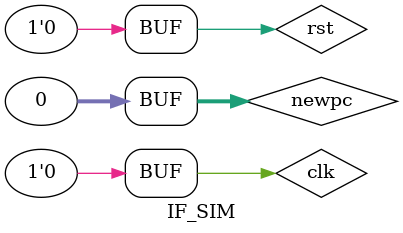
<source format=v>
`timescale 1ns / 100ps

module IF_SIM();
`include "common_param.vh"
reg clk, rst;
reg [31:0] newpc;
wire [31:0] ins, nextpc;

IF f0(
    .CLK(clk),
    .RST(rst),
    .Ins(ins),
    .newPC(newpc),
    .nextPC(nextpc)
);


always begin
        clk = 1;
  #0.8  clk = 0;
  #0.8;
end

initial begin
    rst = 0;
    newpc = 32'b0;
end

endmodule
</source>
